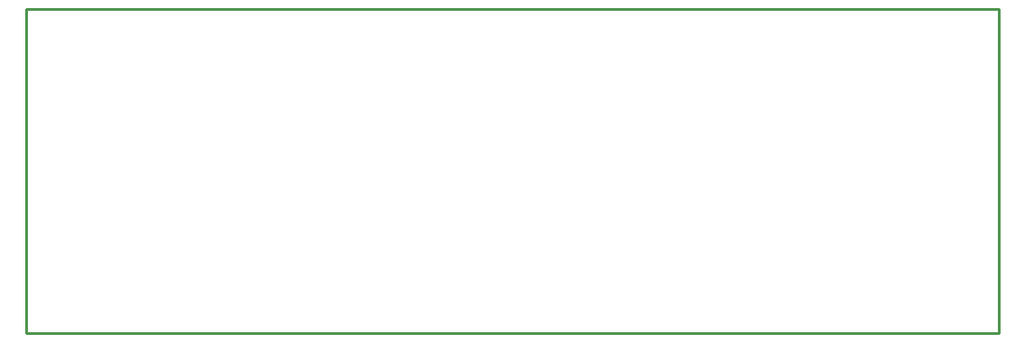
<source format=gbr>
G04 start of page 5 for group 6 idx 6 *
G04 Title: (unknown), outline *
G04 Creator: pcb 1.99z *
G04 CreationDate: Tue 21 Jul 2015 09:42:00 PM GMT UTC *
G04 For: david *
G04 Format: Gerber/RS-274X *
G04 PCB-Dimensions (mil): 3600.00 1200.00 *
G04 PCB-Coordinate-Origin: lower left *
%MOIN*%
%FSLAX25Y25*%
%LNOUTLINE*%
%ADD35C,0.0100*%
G54D35*X360000Y119984D02*X16D01*
X0Y120000D01*
Y6D01*
X360000D01*
Y119984D01*
M02*

</source>
